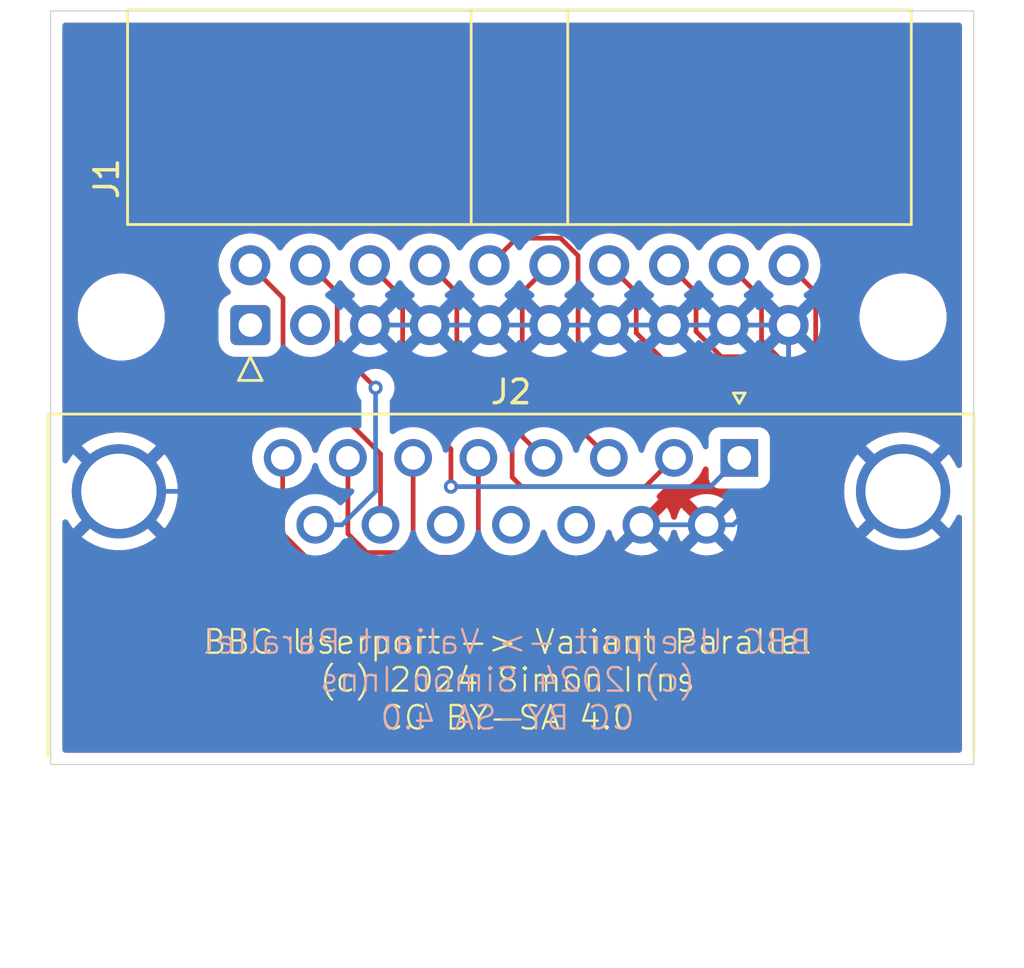
<source format=kicad_pcb>
(kicad_pcb (version 20240108) (generator "pcbnew") (generator_version "8.0")
  (layers (0 "F.Cu" signal) (31 "B.Cu" signal) (34 "B.Paste" user) (35 "F.Paste" user) (36 "B.SilkS" user "B.Silkscreen") (37 "F.SilkS" user "F.Silkscreen") (38 "B.Mask" user) (39 "F.Mask" user) (44 "Edge.Cuts" user))
  (net 0 "")
  (net 1 "Net-(J1-Pin_12)")
  (net 2 "GND")
  (net 3 "Net-(J1-Pin_10)")
  (net 4 "Net-(J1-Pin_16)")
  (net 6 "Net-(J1-Pin_18)")
  (net 7 "Net-(J1-Pin_20)")
  (net 8 "Net-(J1-Pin_8)")
  (net 9 "Net-(J1-Pin_6)")
  (net 11 "Net-(J1-Pin_4)")
  (net 12 "Net-(J1-Pin_2)")
  (net 13 "Net-(J1-Pin_14)")
  (footprint "MountingHole:MountingHole_3.2mm_M3" (layer "F.Cu") (at 133.6 82.2)
    (property "Reference" "H2" (hide yes))
    (property "Value" "MountingHole")
    (pad "" np_thru_hole circle (at 0 0) (size 3.2 3.2) (drill 3.2) (layers "*.Cu" "*.Mask"))
  )
  (footprint "MountingHole:MountingHole_3.2mm_M3" (layer "F.Cu") (at 166.8 82.2)
    (property "Reference" "H1" (hide yes))
    (property "Value" "MountingHole")
    (pad "" np_thru_hole circle (at 0 0) (size 3.2 3.2) (drill 3.2) (layers "*.Cu" "*.Mask"))
  )
  (footprint "Connector_IDC:IDC-Header_2x10_P2.54mm_Horizontal" (layer "F.Cu") (at 139.08 82.54 90)
    (property "Reference" "J1" (at 6.215 -6.1 90) (layer "F.SilkS"))
    (property "Value" "BBC Micro Userport")
    (fp_line (start 13.39 -5.21) (end 13.39 28.07) (stroke (width 0.12)) (layer "F.SilkS"))
    (fp_line (start 4.27 -5.21) (end 13.39 -5.21) (stroke (width 0.12)) (layer "F.SilkS"))
    (fp_line (start -2.35 -0.5) (end -2.35 0.5) (stroke (width 0.12)) (layer "F.SilkS"))
    (fp_line (start -1.35 0) (end -2.35 -0.5) (stroke (width 0.12)) (layer "F.SilkS"))
    (fp_line (start -2.35 0.5) (end -1.35 0) (stroke (width 0.12)) (layer "F.SilkS"))
    (fp_line (start 4.27 9.38) (end 13.39 9.38) (stroke (width 0.12)) (layer "F.SilkS"))
    (fp_line (start 4.27 13.48) (end 13.39 13.48) (stroke (width 0.12)) (layer "F.SilkS"))
    (fp_line (start 13.39 28.07) (end 4.27 28.07) (stroke (width 0.12)) (layer "F.SilkS"))
    (fp_line (start 4.27 28.07) (end 4.27 -5.21) (stroke (width 0.12)) (layer "F.SilkS"))
    (pad "1" thru_hole roundrect (at 0 0 90) (size 1.7 1.7) (drill 1) (layers "*.Cu" "*.Mask") (roundrect_rratio 0.147059))
    (pad "2" thru_hole circle (at 2.54 0 90) (size 1.7 1.7) (drill 1) (layers "*.Cu" "*.Mask") (net 12 "Net-(J1-Pin_2)"))
    (pad "3" thru_hole circle (at 0 2.54 90) (size 1.7 1.7) (drill 1) (layers "*.Cu" "*.Mask"))
    (pad "4" thru_hole circle (at 2.54 2.54 90) (size 1.7 1.7) (drill 1) (layers "*.Cu" "*.Mask") (net 11 "Net-(J1-Pin_4)"))
    (pad "5" thru_hole circle (at 0 5.08 90) (size 1.7 1.7) (drill 1) (layers "*.Cu" "*.Mask") (net 2 "GND"))
    (pad "6" thru_hole circle (at 2.54 5.08 90) (size 1.7 1.7) (drill 1) (layers "*.Cu" "*.Mask") (net 9 "Net-(J1-Pin_6)"))
    (pad "7" thru_hole circle (at 0 7.62 90) (size 1.7 1.7) (drill 1) (layers "*.Cu" "*.Mask") (net 2 "GND"))
    (pad "8" thru_hole circle (at 2.54 7.62 90) (size 1.7 1.7) (drill 1) (layers "*.Cu" "*.Mask") (net 8 "Net-(J1-Pin_8)"))
    (pad "9" thru_hole circle (at 0 10.16 90) (size 1.7 1.7) (drill 1) (layers "*.Cu" "*.Mask") (net 2 "GND"))
    (pad "10" thru_hole circle (at 2.54 10.16 90) (size 1.7 1.7) (drill 1) (layers "*.Cu" "*.Mask") (net 3 "Net-(J1-Pin_10)"))
    (pad "11" thru_hole circle (at 0 12.7 90) (size 1.7 1.7) (drill 1) (layers "*.Cu" "*.Mask") (net 2 "GND"))
    (pad "12" thru_hole circle (at 2.54 12.7 90) (size 1.7 1.7) (drill 1) (layers "*.Cu" "*.Mask") (net 1 "Net-(J1-Pin_12)"))
    (pad "13" thru_hole circle (at 0 15.24 90) (size 1.7 1.7) (drill 1) (layers "*.Cu" "*.Mask") (net 2 "GND"))
    (pad "14" thru_hole circle (at 2.54 15.24 90) (size 1.7 1.7) (drill 1) (layers "*.Cu" "*.Mask") (net 13 "Net-(J1-Pin_14)"))
    (pad "15" thru_hole circle (at 0 17.78 90) (size 1.7 1.7) (drill 1) (layers "*.Cu" "*.Mask") (net 2 "GND"))
    (pad "16" thru_hole circle (at 2.54 17.78 90) (size 1.7 1.7) (drill 1) (layers "*.Cu" "*.Mask") (net 4 "Net-(J1-Pin_16)"))
    (pad "17" thru_hole circle (at 0 20.32 90) (size 1.7 1.7) (drill 1) (layers "*.Cu" "*.Mask") (net 2 "GND"))
    (pad "18" thru_hole circle (at 2.54 20.32 90) (size 1.7 1.7) (drill 1) (layers "*.Cu" "*.Mask") (net 6 "Net-(J1-Pin_18)"))
    (pad "19" thru_hole circle (at 0 22.86 90) (size 1.7 1.7) (drill 1) (layers "*.Cu" "*.Mask") (net 2 "GND"))
    (pad "20" thru_hole circle (at 2.54 22.86 90) (size 1.7 1.7) (drill 1) (layers "*.Cu" "*.Mask") (net 7 "Net-(J1-Pin_20)"))
  )
  (footprint "Connector_Dsub:DSUB-15_Female_Horizontal_P2.77x2.84mm_EdgePinOffset9.90mm_Housed_MountingHolesOffset11.32mm" (layer "F.Cu") (at 159.845 88.18)
    (property "Reference" "J2" (at -9.695 -2.8 0) (layer "F.SilkS"))
    (property "Value" "DA15_Valiant_Parallel")
    (fp_line (start -29.355 -1.86) (end 9.965 -1.86) (stroke (width 0.12)) (layer "F.SilkS"))
    (fp_line (start -29.355 12.68) (end -29.355 -1.86) (stroke (width 0.12)) (layer "F.SilkS"))
    (fp_line (start -0.25 -2.754338) (end 0.25 -2.754338) (stroke (width 0.12)) (layer "F.SilkS"))
    (fp_line (start 0 -2.321325) (end -0.25 -2.754338) (stroke (width 0.12)) (layer "F.SilkS"))
    (fp_line (start 0.25 -2.754338) (end 0 -2.321325) (stroke (width 0.12)) (layer "F.SilkS"))
    (fp_line (start 9.965 -1.86) (end 9.965 12.68) (stroke (width 0.12)) (layer "F.SilkS"))
    (pad "0" thru_hole circle (at -26.345 1.42) (size 4 4) (drill 3.2) (layers "*.Cu" "*.Mask") (net 2 "GND"))
    (pad "0" thru_hole circle (at 6.955 1.42) (size 4 4) (drill 3.2) (layers "*.Cu" "*.Mask") (net 2 "GND"))
    (pad "1" thru_hole rect (at 0 0) (size 1.6 1.6) (drill 1) (layers "*.Cu" "*.Mask") (net 9 "Net-(J1-Pin_6)"))
    (pad "2" thru_hole circle (at -2.77 0) (size 1.6 1.6) (drill 1) (layers "*.Cu" "*.Mask") (net 8 "Net-(J1-Pin_8)"))
    (pad "3" thru_hole circle (at -5.54 0) (size 1.6 1.6) (drill 1) (layers "*.Cu" "*.Mask") (net 3 "Net-(J1-Pin_10)"))
    (pad "4" thru_hole circle (at -8.31 0) (size 1.6 1.6) (drill 1) (layers "*.Cu" "*.Mask") (net 1 "Net-(J1-Pin_12)"))
    (pad "5" thru_hole circle (at -11.08 0) (size 1.6 1.6) (drill 1) (layers "*.Cu" "*.Mask") (net 13 "Net-(J1-Pin_14)"))
    (pad "6" thru_hole circle (at -13.85 0) (size 1.6 1.6) (drill 1) (layers "*.Cu" "*.Mask") (net 4 "Net-(J1-Pin_16)"))
    (pad "7" thru_hole circle (at -16.62 0) (size 1.6 1.6) (drill 1) (layers "*.Cu" "*.Mask") (net 6 "Net-(J1-Pin_18)"))
    (pad "8" thru_hole circle (at -19.39 0) (size 1.6 1.6) (drill 1) (layers "*.Cu" "*.Mask") (net 7 "Net-(J1-Pin_20)"))
    (pad "9" thru_hole circle (at -1.385 2.84) (size 1.6 1.6) (drill 1) (layers "*.Cu" "*.Mask") (net 2 "GND"))
    (pad "10" thru_hole circle (at -4.155 2.84) (size 1.6 1.6) (drill 1) (layers "*.Cu" "*.Mask") (net 2 "GND"))
    (pad "11" thru_hole circle (at -6.925 2.84) (size 1.6 1.6) (drill 1) (layers "*.Cu" "*.Mask"))
    (pad "12" thru_hole circle (at -9.695 2.84) (size 1.6 1.6) (drill 1) (layers "*.Cu" "*.Mask"))
    (pad "13" thru_hole circle (at -12.465 2.84) (size 1.6 1.6) (drill 1) (layers "*.Cu" "*.Mask"))
    (pad "14" thru_hole circle (at -15.235 2.84) (size 1.6 1.6) (drill 1) (layers "*.Cu" "*.Mask") (net 12 "Net-(J1-Pin_2)"))
    (pad "15" thru_hole circle (at -18.005 2.84) (size 1.6 1.6) (drill 1) (layers "*.Cu" "*.Mask") (net 11 "Net-(J1-Pin_4)"))
  )
  (gr_rect (start 130.6 69.2) (end 169.8 101.2) (stroke (width 0.05)) (fill none) (layer "Edge.Cuts"))
  (gr_text "BBC Userport -> Valiant Parallel\n(c) 2024 Simon Inns\nCC BY-SA 4.0" (at 150 99.8 -0) (layer "B.SilkS") (effects (font (size 1 1) (thickness 0.1)) (justify bottom mirror)))
  (gr_text "BBC Userport -> Valiant Parallel\n(c) 2024 Simon Inns\nCC BY-SA 4.0" (at 150 99.8 0) (layer "F.SilkS") (effects (font (size 1 1) (thickness 0.1)) (justify bottom)))
  (segment (start 151.78 80) (end 150.63 81.15) (width 0.2) (layer "F.Cu") (net 1))
  (segment (start 150.63 81.15) (end 150.63 87.275) (width 0.2) (layer "F.Cu") (net 1))
  (segment (start 150.63 87.275) (end 151.535 88.18) (width 0.2) (layer "F.Cu") (net 1))
  (segment (start 146.7 82.54) (end 149.24 82.54) (width 0.2) (layer "B.Cu") (net 2))
  (segment (start 161.94 82.54) (end 161.94 84.74) (width 0.2) (layer "B.Cu") (net 2))
  (segment (start 144.16 82.54) (end 146.7 82.54) (width 0.2) (layer "B.Cu") (net 2))
  (segment (start 144.16 82.54) (end 137.1 89.6) (width 0.2) (layer "B.Cu") (net 2))
  (segment (start 159.59137 91.02) (end 161.94 88.67137) (width 0.2) (layer "B.Cu") (net 2))
  (segment (start 155.69 91.02) (end 158.46 91.02) (width 0.2) (layer "B.Cu") (net 2))
  (segment (start 161.94 88.67137) (end 161.94 82.54) (width 0.2) (layer "B.Cu") (net 2))
  (segment (start 158.46 91.02) (end 159.59137 91.02) (width 0.2) (layer "B.Cu") (net 2))
  (segment (start 137.1 89.6) (end 133.5 89.6) (width 0.2) (layer "B.Cu") (net 2))
  (segment (start 151.78 82.54) (end 154.32 82.54) (width 0.2) (layer "B.Cu") (net 2))
  (segment (start 161.94 84.74) (end 166.8 89.6) (width 0.2) (layer "B.Cu") (net 2))
  (segment (start 159.4 82.54) (end 161.94 82.54) (width 0.2) (layer "B.Cu") (net 2))
  (segment (start 149.24 82.54) (end 151.78 82.54) (width 0.2) (layer "B.Cu") (net 2))
  (segment (start 156.86 82.54) (end 159.4 82.54) (width 0.2) (layer "B.Cu") (net 2))
  (segment (start 154.32 82.54) (end 156.86 82.54) (width 0.2) (layer "B.Cu") (net 2))
  (segment (start 149.24 80) (end 150.39 78.85) (width 0.2) (layer "F.Cu") (net 3))
  (segment (start 152.256346 78.85) (end 153 79.593654) (width 0.2) (layer "F.Cu") (net 3))
  (segment (start 150.39 78.85) (end 152.256346 78.85) (width 0.2) (layer "F.Cu") (net 3))
  (segment (start 153 79.593654) (end 153 86.875) (width 0.2) (layer "F.Cu") (net 3))
  (segment (start 153 86.875) (end 154.305 88.18) (width 0.2) (layer "F.Cu") (net 3))
  (segment (start 158.01 81.15) (end 158.01 82.81) (width 0.2) (layer "F.Cu") (net 4))
  (segment (start 149.4 93.8) (end 148 92.4) (width 0.2) (layer "F.Cu") (net 4))
  (segment (start 160.917157 83.882843) (end 162.29 85.255686) (width 0.2) (layer "F.Cu") (net 4))
  (segment (start 162.29 85.255686) (end 162.29 92.11) (width 0.2) (layer "F.Cu") (net 4))
  (segment (start 156.86 80) (end 158.01 81.15) (width 0.2) (layer "F.Cu") (net 4))
  (segment (start 160.6 93.8) (end 149.4 93.8) (width 0.2) (layer "F.Cu") (net 4))
  (segment (start 146.795 92.4) (end 145.995 91.6) (width 0.2) (layer "F.Cu") (net 4))
  (segment (start 148 92.4) (end 146.795 92.4) (width 0.2) (layer "F.Cu") (net 4))
  (segment (start 159.082843 83.882843) (end 160.917157 83.882843) (width 0.2) (layer "F.Cu") (net 4))
  (segment (start 158.01 82.81) (end 159.082843 83.882843) (width 0.2) (layer "F.Cu") (net 4))
  (segment (start 162.29 92.11) (end 160.6 93.8) (width 0.2) (layer "F.Cu") (net 4))
  (segment (start 145.995 91.6) (end 145.995 88.18) (width 0.2) (layer "F.Cu") (net 4))
  (segment (start 146 92.2) (end 144.025 92.2) (width 0.2) (layer "F.Cu") (net 6))
  (segment (start 149.2 94.2) (end 147.8 92.8) (width 0.2) (layer "F.Cu") (net 6))
  (segment (start 160.79 83.19) (end 162.69 85.09) (width 0.2) (layer "F.Cu") (net 6))
  (segment (start 143.225 91.4) (end 143.225 88.18) (width 0.2) (layer "F.Cu") (net 6))
  (segment (start 160.765686 94.2) (end 149.2 94.2) (width 0.2) (layer "F.Cu") (net 6))
  (segment (start 162.69 92.275686) (end 160.765686 94.2) (width 0.2) (layer "F.Cu") (net 6))
  (segment (start 160.79 81.39) (end 160.79 83.19) (width 0.2) (layer "F.Cu") (net 6))
  (segment (start 146.6 92.8) (end 146 92.2) (width 0.2) (layer "F.Cu") (net 6))
  (segment (start 147.8 92.8) (end 146.6 92.8) (width 0.2) (layer "F.Cu") (net 6))
  (segment (start 144.025 92.2) (end 143.225 91.4) (width 0.2) (layer "F.Cu") (net 6))
  (segment (start 159.4 80) (end 160.79 81.39) (width 0.2) (layer "F.Cu") (net 6))
  (segment (start 162.69 85.09) (end 162.69 92.275686) (width 0.2) (layer "F.Cu") (net 6))
  (segment (start 163.09 81.15) (end 163.09 92.441372) (width 0.2) (layer "F.Cu") (net 7))
  (segment (start 145.6 92.6) (end 141.655 92.6) (width 0.2) (layer "F.Cu") (net 7))
  (segment (start 163.09 92.441372) (end 160.931372 94.6) (width 0.2) (layer "F.Cu") (net 7))
  (segment (start 147.6 93.2) (end 146.2 93.2) (width 0.2) (layer "F.Cu") (net 7))
  (segment (start 160.931372 94.6) (end 149 94.6) (width 0.2) (layer "F.Cu") (net 7))
  (segment (start 141.655 92.6) (end 140.455 91.4) (width 0.2) (layer "F.Cu") (net 7))
  (segment (start 161.94 80) (end 163.09 81.15) (width 0.2) (layer "F.Cu") (net 7))
  (segment (start 146.2 93.2) (end 145.6 92.6) (width 0.2) (layer "F.Cu") (net 7))
  (segment (start 140.455 91.4) (end 140.455 88.18) (width 0.2) (layer "F.Cu") (net 7))
  (segment (start 149 94.6) (end 147.6 93.2) (width 0.2) (layer "F.Cu") (net 7))
  (segment (start 150.2 89) (end 150.6 89.4) (width 0.2) (layer "F.Cu") (net 8))
  (segment (start 155.855 89.4) (end 157.075 88.18) (width 0.2) (layer "F.Cu") (net 8))
  (segment (start 147.85 81.15) (end 147.85 85.2) (width 0.2) (layer "F.Cu") (net 8))
  (segment (start 150.6 89.4) (end 155.855 89.4) (width 0.2) (layer "F.Cu") (net 8))
  (segment (start 146.7 80) (end 147.85 81.15) (width 0.2) (layer "F.Cu") (net 8))
  (segment (start 147.85 85.2) (end 150.2 87.55) (width 0.2) (layer "F.Cu") (net 8))
  (segment (start 150.2 87.55) (end 150.2 89) (width 0.2) (layer "F.Cu") (net 8))
  (segment (start 144.16 80) (end 145.55 81.39) (width 0.2) (layer "F.Cu") (net 9))
  (segment (start 145.55 85.75) (end 147.6 87.8) (width 0.2) (layer "F.Cu") (net 9))
  (segment (start 145.55 81.39) (end 145.55 85.75) (width 0.2) (layer "F.Cu") (net 9))
  (segment (start 147.6 87.8) (end 147.6 89.4) (width 0.2) (layer "F.Cu") (net 9))
  (via (at 147.6 89.4) (size 0.6) (drill 0.3) (layers "F.Cu" "B.Cu") (net 9))
  (segment (start 147.6 89.4) (end 158.625 89.4) (width 0.2) (layer "B.Cu") (net 9))
  (segment (start 158.625 89.4) (end 159.845 88.18) (width 0.2) (layer "B.Cu") (net 9))
  (segment (start 142.77 83.57) (end 144.4 85.2) (width 0.2) (layer "F.Cu") (net 11))
  (segment (start 142.77 81.15) (end 142.77 83.57) (width 0.2) (layer "F.Cu") (net 11))
  (segment (start 141.62 80) (end 142.77 81.15) (width 0.2) (layer "F.Cu") (net 11))
  (via (at 144.4 85.2) (size 0.6) (drill 0.3) (layers "F.Cu" "B.Cu") (net 11))
  (segment (start 142.98 91.02) (end 141.84 91.02) (width 0.2) (layer "B.Cu") (net 11))
  (segment (start 144.4 85.2) (end 144.4 89.6) (width 0.2) (layer "B.Cu") (net 11))
  (segment (start 144.4 89.6) (end 142.98 91.02) (width 0.2) (layer "B.Cu") (net 11))
  (segment (start 144.61 88.009365) (end 144.61 91.02) (width 0.2) (layer "F.Cu") (net 12))
  (segment (start 140.47 83.869365) (end 144.61 88.009365) (width 0.2) (layer "F.Cu") (net 12))
  (segment (start 139.08 80) (end 140.47 81.39) (width 0.2) (layer "F.Cu") (net 12))
  (segment (start 140.47 81.39) (end 140.47 83.869365) (width 0.2) (layer "F.Cu") (net 12))
  (segment (start 149.6 93.4) (end 148.765 92.565) (width 0.2) (layer "F.Cu") (net 13))
  (segment (start 156.882843 84.282843) (end 160.6 84.282843) (width 0.2) (layer "F.Cu") (net 13))
  (segment (start 148.765 92.565) (end 148.765 88.18) (width 0.2) (layer "F.Cu") (net 13))
  (segment (start 161.89 85.572843) (end 161.89 91.944314) (width 0.2) (layer "F.Cu") (net 13))
  (segment (start 154.32 80) (end 155.47 81.15) (width 0.2) (layer "F.Cu") (net 13))
  (segment (start 160.6 84.282843) (end 161.89 85.572843) (width 0.2) (layer "F.Cu") (net 13))
  (segment (start 155.47 82.87) (end 156.882843 84.282843) (width 0.2) (layer "F.Cu") (net 13))
  (segment (start 160.434314 93.4) (end 149.6 93.4) (width 0.2) (layer "F.Cu") (net 13))
  (segment (start 155.47 81.15) (end 155.47 82.87) (width 0.2) (layer "F.Cu") (net 13))
  (segment (start 161.89 91.944314) (end 160.434314 93.4) (width 0.2) (layer "F.Cu") (net 13))
  (zone (net 2) (net_name "GND") (layer "F.Cu") (priority 1) (connect_pads (clearance 0.5)) (min_thickness 0.25) (fill yes (thermal_gap 0.5) (thermal_bridge_width 0.5))
    (polygon (pts (xy 130.6 69.2) (xy 169.8 69.2) (xy 169.8 101.2) (xy 130.6 101.2)))
  )
  (zone (net 2) (net_name "GND") (layer "B.Cu") (connect_pads (clearance 0.5)) (min_thickness 0.25) (fill yes (thermal_gap 0.5) (thermal_bridge_width 0.5))
    (polygon (pts (xy 130.6 69.2) (xy 169.8 69.2) (xy 169.8 101.2) (xy 130.6 101.2)))
  )
)
</source>
